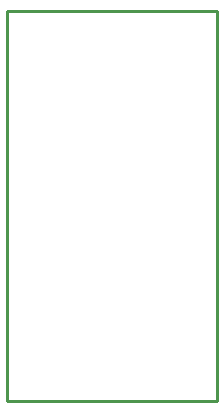
<source format=gbr>
G04 EAGLE Gerber RS-274X export*
G75*
%MOMM*%
%FSLAX34Y34*%
%LPD*%
%IN*%
%IPPOS*%
%AMOC8*
5,1,8,0,0,1.08239X$1,22.5*%
G01*
%ADD10C,0.254000*%


D10*
X0Y0D02*
X177800Y0D01*
X177800Y330200D01*
X0Y330200D01*
X0Y0D01*
M02*

</source>
